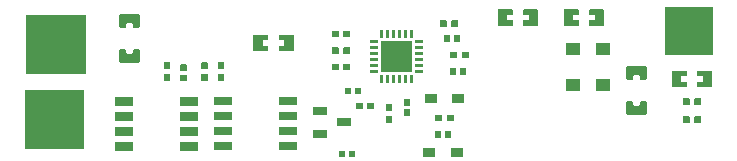
<source format=gtp>
G04 Layer: TopPasteMaskLayer*
G04 EasyEDA v6.5.1, 2022-03-31 19:18:02*
G04 fb237d5051ec4c31b6b5e7a524a6c443,10*
G04 Gerber Generator version 0.2*
G04 Scale: 100 percent, Rotated: No, Reflected: No *
G04 Dimensions in millimeters *
G04 leading zeros omitted , absolute positions ,4 integer and 5 decimal *
%FSLAX45Y45*%
%MOMM*%

%ADD17R,1.2000X1.0000*%
%ADD18R,1.5250X0.7000*%
%ADD19R,1.2500X0.7000*%

%LPD*%
G36*
X915568Y-404977D02*
G01*
X905560Y-414985D01*
X905560Y-515772D01*
X915568Y-525729D01*
X1065631Y-525729D01*
X1075639Y-515772D01*
X1075639Y-414985D01*
X1065631Y-404977D01*
X1029512Y-404977D01*
X1019505Y-414985D01*
X1019505Y-436067D01*
X1009497Y-446074D01*
X971702Y-446074D01*
X961694Y-436067D01*
X961694Y-414985D01*
X951687Y-404977D01*
G37*
G36*
X915568Y-109270D02*
G01*
X905560Y-119227D01*
X905560Y-220014D01*
X915568Y-230022D01*
X951687Y-230022D01*
X961694Y-220014D01*
X961694Y-198932D01*
X971702Y-188925D01*
X1009497Y-188925D01*
X1019505Y-198932D01*
X1019505Y-220014D01*
X1029512Y-230022D01*
X1065631Y-230022D01*
X1075639Y-220014D01*
X1075639Y-119227D01*
X1065631Y-109270D01*
G37*
G36*
X5588101Y-591413D02*
G01*
X5583072Y-596392D01*
X5583072Y-724408D01*
X5588101Y-729386D01*
X5703112Y-729386D01*
X5708091Y-724408D01*
X5707583Y-682396D01*
X5663590Y-682396D01*
X5663590Y-637387D01*
X5708599Y-637387D01*
X5708091Y-596392D01*
X5703112Y-591413D01*
G37*
G36*
X5803087Y-591413D02*
G01*
X5798108Y-596392D01*
X5798616Y-637387D01*
X5842609Y-637387D01*
X5842609Y-682396D01*
X5798108Y-682396D01*
X5798108Y-724408D01*
X5803087Y-729386D01*
X5918098Y-729386D01*
X5923076Y-724408D01*
X5923076Y-596392D01*
X5918098Y-591413D01*
G37*
G36*
X2259787Y-286613D02*
G01*
X2254808Y-291592D01*
X2255316Y-333603D01*
X2299309Y-333603D01*
X2299309Y-378612D01*
X2254300Y-378612D01*
X2254808Y-419608D01*
X2259787Y-424586D01*
X2374798Y-424586D01*
X2379827Y-419608D01*
X2379827Y-291592D01*
X2374798Y-286613D01*
G37*
G36*
X2044801Y-286613D02*
G01*
X2039823Y-291592D01*
X2039823Y-419608D01*
X2044801Y-424586D01*
X2159812Y-424586D01*
X2164791Y-419608D01*
X2164283Y-378612D01*
X2120290Y-378612D01*
X2120290Y-333603D01*
X2164791Y-333603D01*
X2164791Y-291592D01*
X2159812Y-286613D01*
G37*
G36*
X3165195Y-874521D02*
G01*
X3160217Y-879500D01*
X3160217Y-927506D01*
X3165195Y-934516D01*
X3210204Y-934516D01*
X3215182Y-927506D01*
X3215182Y-879500D01*
X3210204Y-874521D01*
G37*
G36*
X3165195Y-970483D02*
G01*
X3160217Y-977493D01*
X3160217Y-1025499D01*
X3165195Y-1030478D01*
X3210204Y-1030478D01*
X3215182Y-1025499D01*
X3215182Y-977493D01*
X3210204Y-970483D01*
G37*
G36*
X3720693Y-163017D02*
G01*
X3713683Y-167995D01*
X3713683Y-213004D01*
X3720693Y-217982D01*
X3768699Y-217982D01*
X3773678Y-213004D01*
X3773678Y-167995D01*
X3768699Y-163017D01*
G37*
G36*
X3622700Y-163017D02*
G01*
X3617722Y-167995D01*
X3617722Y-213004D01*
X3622700Y-217982D01*
X3670706Y-217982D01*
X3677716Y-213004D01*
X3677716Y-167995D01*
X3670706Y-163017D01*
G37*
G36*
X2708300Y-251917D02*
G01*
X2703322Y-256895D01*
X2703322Y-301904D01*
X2708300Y-306882D01*
X2756306Y-306882D01*
X2763316Y-301904D01*
X2763316Y-256895D01*
X2756306Y-251917D01*
G37*
G36*
X2806293Y-251917D02*
G01*
X2799283Y-256895D01*
X2799283Y-301904D01*
X2806293Y-306882D01*
X2854299Y-306882D01*
X2859278Y-301904D01*
X2859278Y-256895D01*
X2854299Y-251917D01*
G37*
G36*
X2708300Y-391617D02*
G01*
X2703322Y-396595D01*
X2703322Y-441604D01*
X2708300Y-446582D01*
X2756306Y-446582D01*
X2763316Y-441604D01*
X2763316Y-396595D01*
X2756306Y-391617D01*
G37*
G36*
X2806293Y-391617D02*
G01*
X2799283Y-396595D01*
X2799283Y-441604D01*
X2806293Y-446582D01*
X2854299Y-446582D01*
X2859278Y-441604D01*
X2859278Y-396595D01*
X2854299Y-391617D01*
G37*
G36*
X2708300Y-531317D02*
G01*
X2703322Y-536295D01*
X2703322Y-581304D01*
X2708300Y-586282D01*
X2756306Y-586282D01*
X2763316Y-581304D01*
X2763316Y-536295D01*
X2756306Y-531317D01*
G37*
G36*
X2806293Y-531317D02*
G01*
X2799283Y-536295D01*
X2799283Y-581304D01*
X2806293Y-586282D01*
X2854299Y-586282D01*
X2859278Y-581304D01*
X2859278Y-536295D01*
X2854299Y-531317D01*
G37*
G36*
X1285595Y-614883D02*
G01*
X1280617Y-621893D01*
X1280617Y-669899D01*
X1285595Y-674878D01*
X1330604Y-674878D01*
X1335582Y-669899D01*
X1335582Y-621893D01*
X1330604Y-614883D01*
G37*
G36*
X1285595Y-518922D02*
G01*
X1280617Y-523900D01*
X1280617Y-571906D01*
X1285595Y-578916D01*
X1330604Y-578916D01*
X1335582Y-571906D01*
X1335582Y-523900D01*
X1330604Y-518922D01*
G37*
G36*
X1603095Y-614883D02*
G01*
X1598117Y-621893D01*
X1598117Y-669899D01*
X1603095Y-674878D01*
X1648104Y-674878D01*
X1653082Y-669899D01*
X1653082Y-621893D01*
X1648104Y-614883D01*
G37*
G36*
X1603095Y-518922D02*
G01*
X1598117Y-523900D01*
X1598117Y-571906D01*
X1603095Y-578916D01*
X1648104Y-578916D01*
X1653082Y-571906D01*
X1653082Y-523900D01*
X1648104Y-518922D01*
G37*
G36*
X1742795Y-518922D02*
G01*
X1737817Y-523900D01*
X1737817Y-571906D01*
X1742795Y-578916D01*
X1787804Y-578916D01*
X1792782Y-571906D01*
X1792782Y-523900D01*
X1787804Y-518922D01*
G37*
G36*
X1742795Y-614883D02*
G01*
X1737817Y-621893D01*
X1737817Y-669899D01*
X1742795Y-674878D01*
X1787804Y-674878D01*
X1792782Y-669899D01*
X1792782Y-621893D01*
X1787804Y-614883D01*
G37*
G36*
X5680100Y-975817D02*
G01*
X5675122Y-980795D01*
X5675122Y-1025804D01*
X5680100Y-1030782D01*
X5728106Y-1030782D01*
X5735116Y-1025804D01*
X5735116Y-980795D01*
X5728106Y-975817D01*
G37*
G36*
X5778093Y-975817D02*
G01*
X5771083Y-980795D01*
X5771083Y-1025804D01*
X5778093Y-1030782D01*
X5826099Y-1030782D01*
X5831078Y-1025804D01*
X5831078Y-980795D01*
X5826099Y-975817D01*
G37*
G36*
X5778093Y-823417D02*
G01*
X5771083Y-828395D01*
X5771083Y-873404D01*
X5778093Y-878382D01*
X5826099Y-878382D01*
X5831078Y-873404D01*
X5831078Y-828395D01*
X5826099Y-823417D01*
G37*
G36*
X5680100Y-823417D02*
G01*
X5675122Y-828395D01*
X5675122Y-873404D01*
X5680100Y-878382D01*
X5728106Y-878382D01*
X5735116Y-873404D01*
X5735116Y-828395D01*
X5728106Y-823417D01*
G37*
G36*
X3584600Y-963117D02*
G01*
X3579622Y-968095D01*
X3579622Y-1013104D01*
X3584600Y-1018082D01*
X3632606Y-1018082D01*
X3639616Y-1013104D01*
X3639616Y-968095D01*
X3632606Y-963117D01*
G37*
G36*
X3682593Y-963117D02*
G01*
X3675583Y-968095D01*
X3675583Y-1013104D01*
X3682593Y-1018082D01*
X3730599Y-1018082D01*
X3735578Y-1013104D01*
X3735578Y-968095D01*
X3730599Y-963117D01*
G37*
G36*
X3653536Y-290474D02*
G01*
X3649522Y-294487D01*
X3649522Y-340512D01*
X3653536Y-344525D01*
X3703574Y-344525D01*
X3707587Y-340512D01*
X3707587Y-294487D01*
X3703574Y-290474D01*
G37*
G36*
X3738626Y-290474D02*
G01*
X3734612Y-294487D01*
X3734612Y-340512D01*
X3738626Y-344525D01*
X3788664Y-344525D01*
X3792677Y-340512D01*
X3792677Y-294487D01*
X3788664Y-290474D01*
G37*
G36*
X5208168Y-549249D02*
G01*
X5198160Y-559206D01*
X5198160Y-659993D01*
X5208168Y-670001D01*
X5244287Y-670001D01*
X5254294Y-659993D01*
X5254294Y-638911D01*
X5264302Y-628904D01*
X5302097Y-628904D01*
X5312105Y-638911D01*
X5312105Y-659993D01*
X5322112Y-670001D01*
X5358231Y-670001D01*
X5368239Y-659993D01*
X5368239Y-559206D01*
X5358231Y-549249D01*
G37*
G36*
X5208168Y-844956D02*
G01*
X5198160Y-854964D01*
X5198160Y-955751D01*
X5208168Y-965708D01*
X5358231Y-965708D01*
X5368239Y-955751D01*
X5368239Y-854964D01*
X5358231Y-844956D01*
X5322112Y-844956D01*
X5312105Y-854964D01*
X5312105Y-876046D01*
X5302097Y-886053D01*
X5264302Y-886053D01*
X5254294Y-876046D01*
X5254294Y-854964D01*
X5244287Y-844956D01*
G37*
G36*
X3704336Y-569874D02*
G01*
X3700322Y-573887D01*
X3700322Y-619912D01*
X3704336Y-623925D01*
X3754374Y-623925D01*
X3758387Y-619912D01*
X3758387Y-573887D01*
X3754374Y-569874D01*
G37*
G36*
X3789426Y-569874D02*
G01*
X3785412Y-573887D01*
X3785412Y-619912D01*
X3789426Y-623925D01*
X3839464Y-623925D01*
X3843477Y-619912D01*
X3843477Y-573887D01*
X3839464Y-569874D01*
G37*
G36*
X1424787Y-623112D02*
G01*
X1420774Y-627075D01*
X1420774Y-677164D01*
X1424787Y-681177D01*
X1470812Y-681177D01*
X1474825Y-677164D01*
X1474825Y-627075D01*
X1470812Y-623112D01*
G37*
G36*
X1424787Y-538022D02*
G01*
X1420774Y-542036D01*
X1420774Y-592124D01*
X1424787Y-596087D01*
X1470812Y-596087D01*
X1474825Y-592124D01*
X1474825Y-542036D01*
X1470812Y-538022D01*
G37*
G36*
X3317087Y-915212D02*
G01*
X3313074Y-919175D01*
X3313074Y-969264D01*
X3317087Y-973277D01*
X3363112Y-973277D01*
X3367125Y-969264D01*
X3367125Y-919175D01*
X3363112Y-915212D01*
G37*
G36*
X3317087Y-830122D02*
G01*
X3313074Y-834136D01*
X3313074Y-884224D01*
X3317087Y-888187D01*
X3363112Y-888187D01*
X3367125Y-884224D01*
X3367125Y-834136D01*
X3363112Y-830122D01*
G37*
G36*
X2764536Y-1268374D02*
G01*
X2760522Y-1272387D01*
X2760522Y-1318412D01*
X2764536Y-1322425D01*
X2814574Y-1322425D01*
X2818587Y-1318412D01*
X2818587Y-1272387D01*
X2814574Y-1268374D01*
G37*
G36*
X2849626Y-1268374D02*
G01*
X2845612Y-1272387D01*
X2845612Y-1318412D01*
X2849626Y-1322425D01*
X2899664Y-1322425D01*
X2903677Y-1318412D01*
X2903677Y-1272387D01*
X2899664Y-1268374D01*
G37*
G36*
X3662426Y-1103274D02*
G01*
X3658412Y-1107287D01*
X3658412Y-1153312D01*
X3662426Y-1157325D01*
X3712464Y-1157325D01*
X3716477Y-1153312D01*
X3716477Y-1107287D01*
X3712464Y-1103274D01*
G37*
G36*
X3577336Y-1103274D02*
G01*
X3573322Y-1107287D01*
X3573322Y-1153312D01*
X3577336Y-1157325D01*
X3627374Y-1157325D01*
X3631387Y-1153312D01*
X3631387Y-1107287D01*
X3627374Y-1103274D01*
G37*
G36*
X2900426Y-734974D02*
G01*
X2896412Y-738987D01*
X2896412Y-785012D01*
X2900426Y-789025D01*
X2950464Y-789025D01*
X2954477Y-785012D01*
X2954477Y-738987D01*
X2950464Y-734974D01*
G37*
G36*
X2815336Y-734974D02*
G01*
X2811322Y-738987D01*
X2811322Y-785012D01*
X2815336Y-789025D01*
X2865374Y-789025D01*
X2869387Y-785012D01*
X2869387Y-738987D01*
X2865374Y-734974D01*
G37*
G36*
X3009493Y-861517D02*
G01*
X3002483Y-866495D01*
X3002483Y-911504D01*
X3009493Y-916482D01*
X3057499Y-916482D01*
X3062478Y-911504D01*
X3062478Y-866495D01*
X3057499Y-861517D01*
G37*
G36*
X2911500Y-861517D02*
G01*
X2906522Y-866495D01*
X2906522Y-911504D01*
X2911500Y-916482D01*
X2959506Y-916482D01*
X2966516Y-911504D01*
X2966516Y-866495D01*
X2959506Y-861517D01*
G37*
G36*
X3711600Y-429717D02*
G01*
X3706622Y-434695D01*
X3706622Y-479704D01*
X3711600Y-484682D01*
X3759606Y-484682D01*
X3766616Y-479704D01*
X3766616Y-434695D01*
X3759606Y-429717D01*
G37*
G36*
X3809593Y-429717D02*
G01*
X3802583Y-434695D01*
X3802583Y-479704D01*
X3809593Y-484682D01*
X3857599Y-484682D01*
X3862578Y-479704D01*
X3862578Y-434695D01*
X3857599Y-429717D01*
G37*
G36*
X4114901Y-70713D02*
G01*
X4109872Y-75692D01*
X4109872Y-203708D01*
X4114901Y-208686D01*
X4229912Y-208686D01*
X4234891Y-203708D01*
X4234383Y-161696D01*
X4190390Y-161696D01*
X4190390Y-116687D01*
X4235399Y-116687D01*
X4234891Y-75692D01*
X4229912Y-70713D01*
G37*
G36*
X4329887Y-70713D02*
G01*
X4324908Y-75692D01*
X4325416Y-116687D01*
X4369409Y-116687D01*
X4369409Y-161696D01*
X4324908Y-161696D01*
X4324908Y-203708D01*
X4329887Y-208686D01*
X4444898Y-208686D01*
X4449876Y-203708D01*
X4449876Y-75692D01*
X4444898Y-70713D01*
G37*
G36*
X4888687Y-70713D02*
G01*
X4883708Y-75692D01*
X4884216Y-117703D01*
X4928209Y-117703D01*
X4928209Y-162712D01*
X4883200Y-162712D01*
X4883708Y-203708D01*
X4888687Y-208686D01*
X5003698Y-208686D01*
X5008727Y-203708D01*
X5008727Y-75692D01*
X5003698Y-70713D01*
G37*
G36*
X4673701Y-70713D02*
G01*
X4668723Y-75692D01*
X4668723Y-203708D01*
X4673701Y-208686D01*
X4788712Y-208686D01*
X4793691Y-203708D01*
X4793183Y-162712D01*
X4749190Y-162712D01*
X4749190Y-117703D01*
X4793691Y-117703D01*
X4793691Y-75692D01*
X4788712Y-70713D01*
G37*
G36*
X3712154Y-1245199D02*
G01*
X3812156Y-1245199D01*
X3812156Y-1320200D01*
X3712154Y-1320200D01*
G37*
G36*
X3477648Y-1245199D02*
G01*
X3577650Y-1245199D01*
X3577650Y-1320200D01*
X3477648Y-1320200D01*
G37*
G36*
X3724854Y-787999D02*
G01*
X3824856Y-787999D01*
X3824856Y-863000D01*
X3724854Y-863000D01*
G37*
G36*
X3490348Y-787999D02*
G01*
X3590350Y-787999D01*
X3590350Y-863000D01*
X3490348Y-863000D01*
G37*
D17*
G01*
X4749800Y-403809D03*
G01*
X4749800Y-713790D03*
G01*
X5003800Y-403809D03*
G01*
X5003800Y-713790D03*
G36*
X871753Y-815898D02*
G01*
X1024254Y-815898D01*
X1024254Y-885901D01*
X871753Y-885901D01*
G37*
G36*
X871753Y-942898D02*
G01*
X1024254Y-942898D01*
X1024254Y-1012901D01*
X871753Y-1012901D01*
G37*
G36*
X871753Y-1069898D02*
G01*
X1024254Y-1069898D01*
X1024254Y-1139901D01*
X871753Y-1139901D01*
G37*
G36*
X871753Y-1196898D02*
G01*
X1024254Y-1196898D01*
X1024254Y-1266901D01*
X871753Y-1266901D01*
G37*
G36*
X1414145Y-1196898D02*
G01*
X1566646Y-1196898D01*
X1566646Y-1266901D01*
X1414145Y-1266901D01*
G37*
G36*
X1414145Y-1069898D02*
G01*
X1566646Y-1069898D01*
X1566646Y-1139901D01*
X1414145Y-1139901D01*
G37*
G36*
X1414145Y-942898D02*
G01*
X1566646Y-942898D01*
X1566646Y-1012901D01*
X1414145Y-1012901D01*
G37*
G36*
X1414145Y-815898D02*
G01*
X1566646Y-815898D01*
X1566646Y-885901D01*
X1414145Y-885901D01*
G37*
D18*
G01*
X2328595Y-1231900D03*
G01*
X2328595Y-1104900D03*
G01*
X2328595Y-977900D03*
G01*
X2328595Y-850900D03*
G01*
X1786204Y-850900D03*
G01*
X1786204Y-977900D03*
G01*
X1786204Y-1104900D03*
G01*
X1786204Y-1231900D03*
D19*
G01*
X2605100Y-933704D03*
G01*
X2605100Y-1123695D03*
G01*
X2805099Y-1028700D03*
G36*
X3112201Y-693900D02*
G01*
X3112201Y-627400D01*
X3140199Y-627400D01*
X3140199Y-693900D01*
G37*
G36*
X3162200Y-693900D02*
G01*
X3162200Y-627400D01*
X3190199Y-627400D01*
X3190199Y-693900D01*
G37*
G36*
X3212200Y-693900D02*
G01*
X3212200Y-627400D01*
X3240199Y-627400D01*
X3240199Y-693900D01*
G37*
G36*
X3262200Y-693900D02*
G01*
X3262200Y-627400D01*
X3290199Y-627400D01*
X3290199Y-693900D01*
G37*
G36*
X3312200Y-693900D02*
G01*
X3312200Y-627400D01*
X3340199Y-627400D01*
X3340199Y-693900D01*
G37*
G36*
X3362200Y-693900D02*
G01*
X3362200Y-627400D01*
X3390198Y-627400D01*
X3390198Y-693900D01*
G37*
G36*
X3475200Y-608898D02*
G01*
X3475200Y-580900D01*
X3408700Y-580900D01*
X3408700Y-608898D01*
G37*
G36*
X3475200Y-558899D02*
G01*
X3475200Y-530900D01*
X3408700Y-530900D01*
X3408700Y-558899D01*
G37*
G36*
X3475200Y-508899D02*
G01*
X3475200Y-480900D01*
X3408700Y-480900D01*
X3408700Y-508899D01*
G37*
G36*
X3475200Y-458899D02*
G01*
X3475200Y-430900D01*
X3408700Y-430900D01*
X3408700Y-458899D01*
G37*
G36*
X3475200Y-408899D02*
G01*
X3475200Y-380900D01*
X3408700Y-380900D01*
X3408700Y-408899D01*
G37*
G36*
X3475200Y-358899D02*
G01*
X3475200Y-330901D01*
X3408700Y-330901D01*
X3408700Y-358899D01*
G37*
G36*
X3362200Y-245899D02*
G01*
X3362200Y-312399D01*
X3390198Y-312399D01*
X3390198Y-245899D01*
G37*
G36*
X3312200Y-245899D02*
G01*
X3312200Y-312399D01*
X3340199Y-312399D01*
X3340199Y-245899D01*
G37*
G36*
X3262200Y-245899D02*
G01*
X3262200Y-312399D01*
X3290199Y-312399D01*
X3290199Y-245899D01*
G37*
G36*
X3212200Y-245899D02*
G01*
X3212200Y-312399D01*
X3240199Y-312399D01*
X3240199Y-245899D01*
G37*
G36*
X3162200Y-245899D02*
G01*
X3162200Y-312399D01*
X3190199Y-312399D01*
X3190199Y-245899D01*
G37*
G36*
X3112201Y-245899D02*
G01*
X3112201Y-312399D01*
X3140199Y-312399D01*
X3140199Y-245899D01*
G37*
G36*
X3093699Y-358899D02*
G01*
X3093699Y-330901D01*
X3027199Y-330901D01*
X3027199Y-358899D01*
G37*
G36*
X3093699Y-408899D02*
G01*
X3093699Y-380900D01*
X3027199Y-380900D01*
X3027199Y-408899D01*
G37*
G36*
X3093699Y-458899D02*
G01*
X3093699Y-430900D01*
X3027199Y-430900D01*
X3027199Y-458899D01*
G37*
G36*
X3093699Y-508899D02*
G01*
X3093699Y-480900D01*
X3027199Y-480900D01*
X3027199Y-508899D01*
G37*
G36*
X3093699Y-558899D02*
G01*
X3093699Y-530900D01*
X3027199Y-530900D01*
X3027199Y-558899D01*
G37*
G36*
X3093699Y-608898D02*
G01*
X3093699Y-580900D01*
X3027199Y-580900D01*
X3027199Y-608898D01*
G37*
G36*
X3123699Y-342399D02*
G01*
X3378700Y-342399D01*
X3378700Y-597400D01*
X3123699Y-597400D01*
G37*
G36*
X5527700Y-54000D02*
G01*
X5927699Y-54000D01*
X5927699Y-453999D01*
X5527700Y-453999D01*
G37*
G36*
X118300Y-118300D02*
G01*
X618299Y-118300D01*
X618299Y-618299D01*
X118300Y-618299D01*
G37*
G36*
X105600Y-753300D02*
G01*
X605599Y-753300D01*
X605599Y-1253299D01*
X105600Y-1253299D01*
G37*
M02*

</source>
